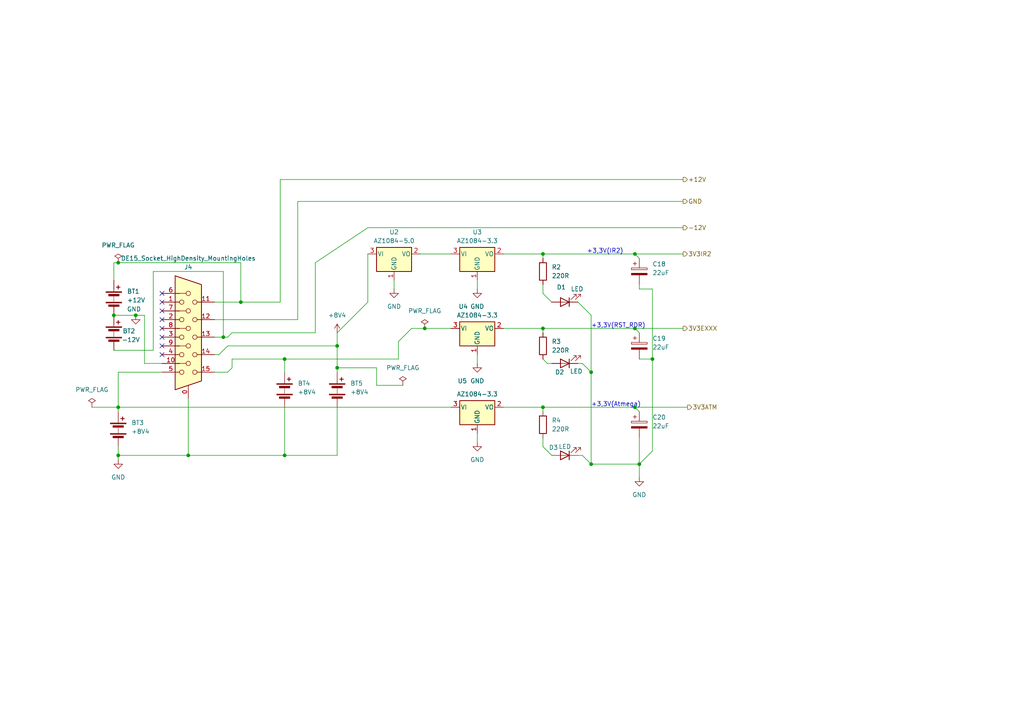
<source format=kicad_sch>
(kicad_sch (version 20250114) (generator "eeschema") (generator_version "9.0")
  (paper "A4")
  (title_block (title "PROJETO IR2_B2_UFAM") (date "07/08/2025") (company "UFAM-UFMG") (comment 1 "1 - Software Proteus substituído pelo Software Kicad 9.0") (comment 2 "2 - Incluído Amplificafor de Instrumentação para reduzir ruídos") (comment 3 "3 - Incluídos conectores para cabos entrelaçados") (comment 4 "4 - Análise de 4 camadas para reduzir ruídos") (comment 5 "5 - Teste de clonagem"))
  (lib_symbols
    (symbol "Connector:DE15_Socket_HighDensity_MountingHoles" (pin_names (offset 1.016) (hide yes))
      (property "Reference" "J" (at 0 21.59 0))
      (property "Value" "DE15_Socket_HighDensity_MountingHoles" (at 0 19.05 0))
      (symbol "DE15_Socket_HighDensity_MountingHoles_0_1"
        (polyline (pts (xy -3.81 17.78) (xy -3.81 -15.24) (xy 3.81 -12.7) (xy 3.81 15.24) (xy -3.81 17.78)) (stroke (width 0.254)) (fill (type background)))
        (polyline (pts (xy -3.175 7.62) (xy -0.635 7.62)))
        (circle (center -1.905 10.16) (radius 0.635))
        (circle (center -1.905 5.08) (radius 0.635))
        (circle (center -1.905 0) (radius 0.635))
        (circle (center -1.905 -5.08) (radius 0.635))
        (circle (center -1.905 -10.16) (radius 0.635))
        (polyline (pts (xy -0.635 12.7) (xy -3.175 12.7)))
        (polyline (pts (xy -0.635 2.54) (xy -3.175 2.54)))
        (polyline (pts (xy -0.635 -2.54) (xy -3.175 -2.54)))
        (polyline (pts (xy -0.635 -7.62) (xy -3.175 -7.62)))
        (circle (center 0 12.7) (radius 0.635))
        (circle (center 0 7.62) (radius 0.635))
        (circle (center 0 2.54) (radius 0.635))
        (circle (center 0 -2.54) (radius 0.635))
        (circle (center 0 -7.62) (radius 0.635))
        (circle (center 1.905 10.16) (radius 0.635))
        (circle (center 1.905 5.08) (radius 0.635))
        (circle (center 1.905 0) (radius 0.635))
        (circle (center 1.905 -5.08) (radius 0.635))
        (circle (center 1.905 -10.16) (radius 0.635))
      )
      (symbol "DE15_Socket_HighDensity_MountingHoles_1_1"
        (pin passive line (at -7.62 12.7 0) (length 5.08) (name "~") (number "6"))
        (pin passive line (at -7.62 10.16 0) (length 5.08) (name "~") (number "1"))
        (pin passive line (at -7.62 7.62 0) (length 5.08) (name "~") (number "7"))
        (pin passive line (at -7.62 5.08 0) (length 5.08) (name "~") (number "2"))
        (pin passive line (at -7.62 2.54 0) (length 5.08) (name "~") (number "8"))
        (pin passive line (at -7.62 0 0) (length 5.08) (name "~") (number "3"))
        (pin passive line (at -7.62 -2.54 0) (length 5.08) (name "~") (number "9"))
        (pin passive line (at -7.62 -5.08 0) (length 5.08) (name "~") (number "4"))
        (pin passive line (at -7.62 -7.62 0) (length 5.08) (name "~") (number "10"))
        (pin passive line (at -7.62 -10.16 0) (length 5.08) (name "~") (number "5"))
        (pin passive line (at 0 -17.78 90) (length 3.81) (name "~") (number "0"))
        (pin passive line (at 7.62 10.16 180) (length 5.08) (name "~") (number "11"))
        (pin passive line (at 7.62 5.08 180) (length 5.08) (name "~") (number "12"))
        (pin passive line (at 7.62 0 180) (length 5.08) (name "~") (number "13"))
        (pin passive line (at 7.62 -5.08 180) (length 5.08) (name "~") (number "14"))
        (pin passive line (at 7.62 -10.16 180) (length 5.08) (name "~") (number "15"))
      )
    )
    (symbol "Device:Battery" (pin_numbers (hide yes)) (pin_names (offset 0) (hide yes))
      (property "Reference" "BT" (at 2.54 2.54 0))
      (property "Value" "Battery" (at 2.54 0 0))
      (symbol "Battery_0_1"
        (rectangle (start -2.286 1.778) (end 2.286 1.524) (fill (type outline)))
        (rectangle (start -2.286 -1.27) (end 2.286 -1.524) (fill (type outline)))
        (rectangle (start -1.524 1.016) (end 1.524 0.508) (fill (type outline)))
        (rectangle (start -1.524 -2.032) (end 1.524 -2.54) (fill (type outline)))
        (polyline (pts (xy 0 1.778) (xy 0 2.54)))
        (polyline (pts (xy 0 0) (xy 0 0.254)))
        (polyline (pts (xy 0 -0.508) (xy 0 -0.254)))
        (polyline (pts (xy 0 -1.016) (xy 0 -0.762)))
        (polyline (pts (xy 0.762 3.048) (xy 1.778 3.048)) (stroke (width 0.254)))
        (polyline (pts (xy 1.27 3.556) (xy 1.27 2.54)) (stroke (width 0.254)))
      )
      (symbol "Battery_1_1"
        (pin passive line (at 0 5.08 270) (length 2.54) (name "+") (number "1"))
        (pin passive line (at 0 -5.08 90) (length 2.54) (name "-") (number "2"))
      )
    )
    (symbol "Device:C_Polarized" (pin_numbers (hide yes)) (pin_names (offset 0.254))
      (property "Reference" "C" (at 0.635 2.54 0))
      (property "Value" "C_Polarized" (at 0.635 -2.54 0))
      (symbol "C_Polarized_0_1"
        (rectangle (start -2.286 0.508) (end 2.286 1.016))
        (polyline (pts (xy -1.778 2.286) (xy -0.762 2.286)))
        (polyline (pts (xy -1.27 2.794) (xy -1.27 1.778)))
        (rectangle (start 2.286 -0.508) (end -2.286 -1.016) (fill (type outline)))
      )
      (symbol "C_Polarized_1_1"
        (pin passive line (at 0 3.81 270) (length 2.794) (name "~") (number "1"))
        (pin passive line (at 0 -3.81 90) (length 2.794) (name "~") (number "2"))
      )
    )
    (symbol "Device:LED" (pin_numbers (hide yes)) (pin_names (offset 1.016) (hide yes))
      (property "Reference" "D" (at 0 2.54 0))
      (property "Value" "LED" (at 0 -2.54 0))
      (symbol "LED_0_1"
        (polyline (pts (xy -3.048 -0.762) (xy -4.572 -2.286) (xy -3.81 -2.286) (xy -4.572 -2.286) (xy -4.572 -1.524)))
        (polyline (pts (xy -1.778 -0.762) (xy -3.302 -2.286) (xy -2.54 -2.286) (xy -3.302 -2.286) (xy -3.302 -1.524)))
        (polyline (pts (xy -1.27 0) (xy 1.27 0)))
        (polyline (pts (xy -1.27 -1.27) (xy -1.27 1.27)) (stroke (width 0.254)))
        (polyline (pts (xy 1.27 -1.27) (xy 1.27 1.27) (xy -1.27 0) (xy 1.27 -1.27)) (stroke (width 0.254)))
      )
      (symbol "LED_1_1"
        (pin passive line (at -3.81 0 0) (length 2.54) (name "K") (number "1"))
        (pin passive line (at 3.81 0 180) (length 2.54) (name "A") (number "2"))
      )
    )
    (symbol "Device:R" (pin_numbers (hide yes)) (pin_names (offset 0))
      (property "Reference" "R" (at 2.032 0 90))
      (property "Value" "R" (at 0 0 90))
      (symbol "R_0_1"
        (rectangle (start -1.016 -2.54) (end 1.016 2.54) (stroke (width 0.254)))
      )
      (symbol "R_1_1"
        (pin passive line (at 0 3.81 270) (length 1.27) (name "~") (number "1"))
        (pin passive line (at 0 -3.81 90) (length 1.27) (name "~") (number "2"))
      )
    )
    (symbol "Regulator_Linear:AZ1084-3.3" (pin_names (offset 0.254))
      (property "Reference" "U" (at -3.81 3.175 0))
      (property "Value" "AZ1084-3.3" (at 0 3.175 0))
      (symbol "AZ1084-3.3_0_1"
        (rectangle (start -5.08 1.905) (end 5.08 -5.08) (stroke (width 0.254)) (fill (type background)))
      )
      (symbol "AZ1084-3.3_1_1"
        (pin power_in line (at -7.62 0 0) (length 2.54) (name "VI") (number "3"))
        (pin power_in line (at 0 -7.62 90) (length 2.54) (name "GND") (number "1"))
        (pin power_out line (at 7.62 0 180) (length 2.54) (name "VO") (number "2"))
      )
    )
    (symbol "Regulator_Linear:AZ1084-5.0" (pin_names (offset 0.254))
      (property "Reference" "U" (at -3.81 3.175 0))
      (property "Value" "AZ1084-5.0" (at 0 3.175 0))
      (symbol "AZ1084-5.0_0_1"
        (rectangle (start -5.08 1.905) (end 5.08 -5.08) (stroke (width 0.254)) (fill (type background)))
      )
      (symbol "AZ1084-5.0_1_1"
        (pin power_in line (at -7.62 0 0) (length 2.54) (name "VI") (number "3"))
        (pin power_in line (at 0 -7.62 90) (length 2.54) (name "GND") (number "1"))
        (pin power_out line (at 7.62 0 180) (length 2.54) (name "VO") (number "2"))
      )
    )
    (symbol "power:GND" (power) (pin_numbers (hide yes)) (pin_names (offset 0) (hide yes))
      (property "Value" "GND" (at 0 -3.81 0))
      (symbol "GND_0_1"
        (polyline (pts (xy 0 0) (xy 0 -1.27) (xy 1.27 -1.27) (xy 0 -2.54) (xy -1.27 -1.27) (xy 0 -1.27)))
      )
      (symbol "GND_1_1"
        (pin power_in line (at 0 0 270) (length 0) (name "~") (number "1"))
      )
    )
    (symbol "power:PWR_FLAG" (power) (pin_numbers (hide yes)) (pin_names (offset 0) (hide yes))
      (property "Value" "PWR_FLAG" (at 0 3.81 0))
      (symbol "PWR_FLAG_0_0"
        (pin power_out line (at 0 0 90) (length 0) (name "~") (number "1"))
      )
      (symbol "PWR_FLAG_0_1"
        (polyline (pts (xy 0 0) (xy 0 1.27) (xy -1.016 1.905) (xy 0 2.54) (xy 1.016 1.905) (xy 0 1.27)))
      )
    )
    (symbol "power:VCC" (power) (pin_numbers (hide yes)) (pin_names (offset 0) (hide yes))
      (property "Value" "VCC" (at 0 3.556 0))
      (symbol "VCC_0_1"
        (polyline (pts (xy -0.762 1.27) (xy 0 2.54)))
        (polyline (pts (xy 0 2.54) (xy 0.762 1.27)))
        (polyline (pts (xy 0 0) (xy 0 2.54)))
      )
      (symbol "VCC_1_1"
        (pin power_in line (at 0 0 90) (length 0) (name "~") (number "1"))
      )
    )
  )
  (text "+3,3V(IR2)" (at 170.18 73.66 0) (effects (font (size 1.27 1.27)) (justify left bottom)))
  (text "+3,3V(RST_RDR)" (at 171.45 95.25 0) (effects (font (size 1.27 1.27)) (justify left bottom)))
  (text "+3,3V(Atmega)" (at 171.45 118.11 0) (effects (font (size 1.27 1.27)) (justify left bottom)))
  (junction (at 157.48 73.66))
  (junction (at 184.15 95.25))
  (junction (at 64.77 97.79))
  (junction (at 157.48 95.25))
  (junction (at 185.42 134.62))
  (junction (at 34.29 76.2))
  (junction (at 33.02 91.44))
  (junction (at 123.19 95.25))
  (junction (at 184.15 73.66))
  (junction (at 157.48 118.11))
  (junction (at 97.79 106.68))
  (junction (at 184.15 118.11))
  (junction (at 171.45 134.62))
  (junction (at 39.37 91.44))
  (junction (at 54.61 132.08))
  (junction (at 34.29 132.08))
  (junction (at 82.55 104.14))
  (junction (at 97.79 100.33))
  (junction (at 171.45 107.95))
  (junction (at 34.29 118.11))
  (junction (at 82.55 132.08))
  (junction (at 189.23 104.14))
  (junction (at 69.85 87.63))
  (no_connect (at 46.99 92.71))
  (no_connect (at 46.99 97.79))
  (no_connect (at 46.99 90.17))
  (no_connect (at 46.99 95.25))
  (no_connect (at 46.99 102.87))
  (no_connect (at 46.99 85.09))
  (no_connect (at 46.99 100.33))
  (no_connect (at 46.99 87.63))
  (wire (pts (xy 62.23 102.87) (xy 63.5 102.87)))
  (wire (pts (xy 81.28 52.07) (xy 81.28 87.63)))
  (wire (pts (xy 123.19 95.25) (xy 130.81 95.25)))
  (wire (pts (xy 69.85 87.63) (xy 81.28 87.63)))
  (wire (pts (xy 64.77 97.79) (xy 66.04 97.79)))
  (wire (pts (xy 64.77 78.74) (xy 64.77 97.79)))
  (wire (pts (xy 146.05 73.66) (xy 157.48 73.66)))
  (wire (pts (xy 160.02 87.63) (xy 157.48 85.09)))
  (wire (pts (xy 106.68 66.04) (xy 198.12 66.04)))
  (wire (pts (xy 185.42 104.14) (xy 189.23 104.14)))
  (wire (pts (xy 185.42 134.62) (xy 185.42 138.43)))
  (wire (pts (xy 157.48 95.25) (xy 157.48 96.52)))
  (wire (pts (xy 34.29 76.2) (xy 69.85 76.2)))
  (wire (pts (xy 157.48 118.11) (xy 157.48 119.38)))
  (wire (pts (xy 97.79 100.33) (xy 97.79 106.68)))
  (wire (pts (xy 44.45 78.74) (xy 64.77 78.74)))
  (wire (pts (xy 33.02 81.28) (xy 33.02 76.2)))
  (wire (pts (xy 171.45 134.62) (xy 185.42 134.62)))
  (wire (pts (xy 26.67 118.11) (xy 34.29 118.11)))
  (wire (pts (xy 62.23 107.95) (xy 66.04 107.95)))
  (wire (pts (xy 82.55 104.14) (xy 115.57 104.14)))
  (wire (pts (xy 146.05 118.11) (xy 157.48 118.11)))
  (wire (pts (xy 106.68 73.66) (xy 106.68 87.63)))
  (wire (pts (xy 157.48 73.66) (xy 157.48 74.93)))
  (wire (pts (xy 121.92 73.66) (xy 130.81 73.66)))
  (wire (pts (xy 189.23 130.81) (xy 185.42 134.62)))
  (wire (pts (xy 34.29 119.38) (xy 34.29 118.11)))
  (wire (pts (xy 157.48 118.11) (xy 184.15 118.11)))
  (wire (pts (xy 82.55 104.14) (xy 82.55 107.95)))
  (wire (pts (xy 54.61 115.57) (xy 54.61 132.08)))
  (wire (pts (xy 41.91 91.44) (xy 39.37 91.44)))
  (wire (pts (xy 160.02 105.41) (xy 158.75 105.41)))
  (wire (pts (xy 171.45 91.44) (xy 167.64 87.63)))
  (wire (pts (xy 34.29 129.54) (xy 34.29 132.08)))
  (wire (pts (xy 33.02 76.2) (xy 34.29 76.2)))
  (wire (pts (xy 185.42 83.82) (xy 189.23 83.82)))
  (wire (pts (xy 189.23 104.14) (xy 189.23 130.81)))
  (wire (pts (xy 119.38 95.25) (xy 123.19 95.25)))
  (wire (pts (xy 184.15 118.11) (xy 199.39 118.11)))
  (wire (pts (xy 54.61 132.08) (xy 34.29 132.08)))
  (wire (pts (xy 62.23 97.79) (xy 64.77 97.79)))
  (wire (pts (xy 34.29 107.95) (xy 46.99 107.95)))
  (wire (pts (xy 184.15 95.25) (xy 198.12 95.25)))
  (wire (pts (xy 82.55 118.11) (xy 82.55 132.08)))
  (wire (pts (xy 168.91 105.41) (xy 171.45 107.95)))
  (wire (pts (xy 157.48 95.25) (xy 184.15 95.25)))
  (wire (pts (xy 97.79 96.52) (xy 106.68 87.63)))
  (wire (pts (xy 82.55 132.08) (xy 54.61 132.08)))
  (wire (pts (xy 91.44 76.2) (xy 91.44 96.52)))
  (wire (pts (xy 138.43 81.28) (xy 138.43 83.82)))
  (wire (pts (xy 34.29 132.08) (xy 34.29 133.35)))
  (wire (pts (xy 171.45 134.62) (xy 171.45 107.95)))
  (wire (pts (xy 91.44 76.2) (xy 106.68 66.04)))
  (wire (pts (xy 86.36 58.42) (xy 86.36 92.71)))
  (wire (pts (xy 158.75 105.41) (xy 157.48 104.14)))
  (wire (pts (xy 185.42 119.38) (xy 184.15 118.11)))
  (wire (pts (xy 189.23 83.82) (xy 189.23 104.14)))
  (wire (pts (xy 157.48 73.66) (xy 184.15 73.66)))
  (wire (pts (xy 97.79 106.68) (xy 97.79 107.95)))
  (wire (pts (xy 41.91 105.41) (xy 41.91 91.44)))
  (wire (pts (xy 109.22 106.68) (xy 97.79 106.68)))
  (wire (pts (xy 97.79 96.52) (xy 97.79 100.33)))
  (wire (pts (xy 185.42 83.82) (xy 185.42 82.55)))
  (wire (pts (xy 114.3 81.28) (xy 114.3 83.82)))
  (wire (pts (xy 167.64 105.41) (xy 168.91 105.41)))
  (wire (pts (xy 34.29 118.11) (xy 130.81 118.11)))
  (wire (pts (xy 46.99 105.41) (xy 41.91 105.41)))
  (wire (pts (xy 138.43 125.73) (xy 138.43 128.27)))
  (wire (pts (xy 67.31 96.52) (xy 91.44 96.52)))
  (wire (pts (xy 157.48 82.55) (xy 157.48 85.09)))
  (wire (pts (xy 171.45 107.95) (xy 171.45 91.44)))
  (wire (pts (xy 63.5 102.87) (xy 66.04 100.33)))
  (wire (pts (xy 66.04 100.33) (xy 97.79 100.33)))
  (wire (pts (xy 34.29 118.11) (xy 34.29 107.95)))
  (wire (pts (xy 33.02 91.44) (xy 39.37 91.44)))
  (wire (pts (xy 44.45 101.6) (xy 44.45 78.74)))
  (wire (pts (xy 33.02 101.6) (xy 44.45 101.6)))
  (wire (pts (xy 109.22 111.76) (xy 109.22 106.68)))
  (wire (pts (xy 160.02 132.08) (xy 157.48 129.54)))
  (wire (pts (xy 86.36 58.42) (xy 198.12 58.42)))
  (wire (pts (xy 62.23 92.71) (xy 86.36 92.71)))
  (wire (pts (xy 97.79 132.08) (xy 82.55 132.08)))
  (wire (pts (xy 168.91 132.08) (xy 171.45 134.62)))
  (wire (pts (xy 116.84 111.76) (xy 109.22 111.76)))
  (wire (pts (xy 115.57 99.06) (xy 115.57 104.14)))
  (wire (pts (xy 184.15 73.66) (xy 185.42 74.93)))
  (wire (pts (xy 97.79 118.11) (xy 97.79 132.08)))
  (wire (pts (xy 66.04 97.79) (xy 67.31 96.52)))
  (wire (pts (xy 67.31 104.14) (xy 67.31 106.68)))
  (wire (pts (xy 81.28 52.07) (xy 198.12 52.07)))
  (wire (pts (xy 62.23 87.63) (xy 69.85 87.63)))
  (wire (pts (xy 67.31 104.14) (xy 82.55 104.14)))
  (wire (pts (xy 138.43 102.87) (xy 138.43 105.41)))
  (wire (pts (xy 185.42 127) (xy 185.42 134.62)))
  (wire (pts (xy 67.31 106.68) (xy 66.04 107.95)))
  (wire (pts (xy 115.57 99.06) (xy 119.38 95.25)))
  (wire (pts (xy 184.15 95.25) (xy 185.42 96.52)))
  (wire (pts (xy 157.48 127) (xy 157.48 129.54)))
  (wire (pts (xy 69.85 76.2) (xy 69.85 87.63)))
  (wire (pts (xy 184.15 73.66) (xy 198.12 73.66)))
  (wire (pts (xy 167.64 132.08) (xy 168.91 132.08)))
  (wire (pts (xy 146.05 95.25) (xy 157.48 95.25)))
  (hierarchical_label "+12V" (shape output) (at 198.12 52.07 0))
  (hierarchical_label "3V3IR2" (shape output) (at 198.12 73.66 0))
  (hierarchical_label "3V3EXXX" (shape output) (at 198.12 95.25 0))
  (hierarchical_label "3V3ATM" (shape output) (at 199.39 118.11 0))
  (hierarchical_label "-12V" (shape output) (at 198.12 66.04 0))
  (hierarchical_label "GND" (shape output) (at 198.12 58.42 0))
  (symbol (lib_id "power:VCC") (at 97.79 96.52 0) (unit 1)
    (property "Reference" "#PWR013" (effects (hide yes)))
    (property "Value" "+8V4" (at 97.79 91.44 0))
    (property "Description" "Power symbol creates a global label with name \"VCC\"" (effects (hide yes)))
  )
  (symbol (lib_id "power:GND") (at 138.43 83.82 0) (unit 1)
    (property "Reference" "#PWR020" (effects (hide yes)))
    (property "Value" "GND" (at 138.43 88.9 0))
    (property "Description" "Power symbol creates a global label with name \"GND\" , ground" (effects (hide yes)))
  )
  (symbol (lib_id "Regulator_Linear:AZ1084-5.0") (at 114.3 73.66 0) (unit 1)
    (property "Reference" "U2" (at 114.3 67.31 0))
    (property "Value" "AZ1084-5.0" (at 114.3 69.85 0))
    (property "Footprint" "Package_TO_SOT_SMD:TO-263-3_TabPin2" (effects (hide yes)))
    (property "Datasheet" "https://www.diodes.com/assets/Datasheets/AZ1084.pdf" (effects (hide yes)))
    (property "Description" "5A 12V Fixed LDO Linear Regulator, 1.5V, TO-220/TO-252/TO-263" (effects (hide yes)))
  )
  (symbol (lib_id "power:GND") (at 185.42 138.43 0) (unit 1)
    (property "Reference" "#PWR018" (effects (hide yes)))
    (property "Value" "GND" (at 185.42 143.51 0))
    (property "Description" "Power symbol creates a global label with name \"GND\" , ground" (effects (hide yes)))
  )
  (symbol (lib_id "Device:C_Polarized") (at 185.42 78.74 0) (unit 1)
    (property "Reference" "C18" (at 189.23 76.5809 0) (effects (justify left)))
    (property "Value" "22uF" (at 189.23 79.1209 0) (effects (justify left)))
    (property "Footprint" "Capacitor_SMD:CP_Elec_4x5.8" (effects (hide yes)))
    (property "Description" "Polarized capacitor" (effects (hide yes)))
  )
  (symbol (lib_id "power:GND") (at 138.43 105.41 0) (unit 1)
    (property "Reference" "#PWR022" (effects (hide yes)))
    (property "Value" "GND" (at 138.43 110.49 0))
    (property "Description" "Power symbol creates a global label with name \"GND\" , ground" (effects (hide yes)))
  )
  (symbol (lib_id "Device:R") (at 157.48 78.74 180) (unit 1)
    (property "Reference" "R2" (at 160.02 77.4699 0) (effects (justify right)))
    (property "Value" "220R" (at 160.02 80.0099 0) (effects (justify right)))
    (property "Footprint" "Resistor_SMD:R_0805_2012Metric" (effects (hide yes)))
    (property "Description" "Resistor" (effects (hide yes)))
  )
  (symbol (lib_id "Regulator_Linear:AZ1084-3.3") (at 138.43 118.11 0) (unit 1)
    (property "Reference" "U5" (at 134.112 110.49 0))
    (property "Value" "AZ1084-3.3" (at 138.43 114.3 0))
    (property "Footprint" "Package_TO_SOT_SMD:TO-252-3_TabPin2" (effects (hide yes)))
    (property "Datasheet" "https://www.diodes.com/assets/Datasheets/AZ1084.pdf" (effects (hide yes)))
    (property "Description" "5A 12V Fixed LDO Linear Regulator, 1.5V, TO-220/TO-252/TO-263" (effects (hide yes)))
  )
  (symbol (lib_id "Connector:DE15_Socket_HighDensity_MountingHoles") (at 54.61 97.79 0) (unit 1)
    (property "Reference" "J4" (at 54.61 77.47 0))
    (property "Value" "DE15_Socket_HighDensity_MountingHoles" (at 54.61 74.93 0))
    (property "Footprint" "Connector_Dsub:DSUB-15-HD_Socket_Horizontal_P2.29x1.90mm_EdgePinOffset3.03mm_Housed_MountingHolesOffset4.94mm" (effects (hide yes)))
    (property "Description" "15-pin D-SUB connector, socket (female), High density (3 columns), Triple Row, Generic, VGA-connector, Mounting Hole" (effects (hide yes)))
  )
  (symbol (lib_id "power:PWR_FLAG") (at 34.29 76.2 0) (unit 1)
    (property "Reference" "#FLG04" (effects (hide yes)))
    (property "Value" "PWR_FLAG" (at 34.29 71.12 0))
    (property "Description" "Special symbol for telling ERC where power comes from" (effects (hide yes)))
  )
  (symbol (lib_id "Device:Battery") (at 82.55 113.03 0) (unit 1)
    (property "Reference" "BT4" (at 86.36 111.1884 0) (effects (justify left)))
    (property "Value" "+8V4" (at 86.36 113.7284 0) (effects (justify left)))
    (property "Description" "Multiple-cell battery" (effects (hide yes)))
  )
  (symbol (lib_id "power:GND") (at 114.3 83.82 0) (unit 1)
    (property "Reference" "#PWR012" (effects (hide yes)))
    (property "Value" "GND" (at 114.3 88.9 0))
    (property "Description" "Power symbol creates a global label with name \"GND\" , ground" (effects (hide yes)))
  )
  (symbol (lib_id "Device:Battery") (at 34.29 124.46 0) (unit 1)
    (property "Reference" "BT3" (at 38.1 122.6184 0) (effects (justify left)))
    (property "Value" "+8V4" (at 38.1 125.1584 0) (effects (justify left)))
    (property "Description" "Multiple-cell battery" (effects (hide yes)))
  )
  (symbol (lib_id "power:GND") (at 138.43 128.27 0) (unit 1)
    (property "Reference" "#PWR023" (effects (hide yes)))
    (property "Value" "GND" (at 138.43 133.35 0))
    (property "Description" "Power symbol creates a global label with name \"GND\" , ground" (effects (hide yes)))
  )
  (symbol (lib_id "Device:LED") (at 163.83 87.63 180) (unit 1)
    (property "Reference" "D1" (at 162.814 83.312 0))
    (property "Value" "LED" (at 167.386 83.82 0))
    (property "Footprint" "LED_THT:LED_D5.0mm" (effects (hide yes)))
    (property "Description" "Light emitting diode" (effects (hide yes)))
    (property "Sim.Pins" "1=K 2=A" (effects (hide yes)))
  )
  (symbol (lib_id "Device:R") (at 157.48 100.33 0) (unit 1)
    (property "Reference" "R3" (at 160.02 99.0599 0) (effects (justify left)))
    (property "Value" "220R" (at 160.02 101.5999 0) (effects (justify left)))
    (property "Footprint" "Resistor_SMD:R_0805_2012Metric" (effects (hide yes)))
    (property "Description" "Resistor" (effects (hide yes)))
  )
  (symbol (lib_id "Device:C_Polarized") (at 185.42 100.33 0) (unit 1)
    (property "Reference" "C19" (at 189.23 98.1709 0) (effects (justify left)))
    (property "Value" "22uF" (at 189.23 100.7109 0) (effects (justify left)))
    (property "Footprint" "Capacitor_SMD:CP_Elec_4x5.8" (effects (hide yes)))
    (property "Description" "Polarized capacitor" (effects (hide yes)))
  )
  (symbol (lib_id "Device:Battery") (at 33.02 86.36 0) (unit 1)
    (property "Reference" "BT1" (at 36.83 84.5184 0) (effects (justify left)))
    (property "Value" "+12V" (at 36.83 87.0584 0) (effects (justify left)))
    (property "Description" "Multiple-cell battery" (effects (hide yes)))
  )
  (symbol (lib_id "Device:R") (at 157.48 123.19 0) (unit 1)
    (property "Reference" "R4" (at 160.02 121.9199 0) (effects (justify left)))
    (property "Value" "220R" (at 160.02 124.4599 0) (effects (justify left)))
    (property "Footprint" "Resistor_SMD:R_0805_2012Metric" (effects (hide yes)))
    (property "Description" "Resistor" (effects (hide yes)))
  )
  (symbol (lib_id "Device:LED") (at 163.83 132.08 180) (unit 1)
    (property "Reference" "D3" (at 160.528 129.794 0))
    (property "Value" "LED" (at 163.83 129.54 0))
    (property "Footprint" "LED_THT:LED_D5.0mm" (effects (hide yes)))
    (property "Description" "Light emitting diode" (effects (hide yes)))
    (property "Sim.Pins" "1=K 2=A" (effects (hide yes)))
  )
  (symbol (lib_id "power:GND") (at 34.29 133.35 0) (unit 1)
    (property "Reference" "#PWR04" (effects (hide yes)))
    (property "Value" "GND" (at 34.29 138.43 0))
    (property "Description" "Power symbol creates a global label with name \"GND\" , ground" (effects (hide yes)))
  )
  (symbol (lib_id "power:PWR_FLAG") (at 116.84 111.76 0) (unit 1)
    (property "Reference" "#FLG08" (effects (hide yes)))
    (property "Value" "PWR_FLAG" (at 116.84 106.68 0))
    (property "Description" "Special symbol for telling ERC where power comes from" (effects (hide yes)))
  )
  (symbol (lib_id "Device:Battery") (at 97.79 113.03 0) (unit 1)
    (property "Reference" "BT5" (at 101.6 111.1884 0) (effects (justify left)))
    (property "Value" "+8V4" (at 101.6 113.7284 0) (effects (justify left)))
    (property "Description" "Multiple-cell battery" (effects (hide yes)))
  )
  (symbol (lib_id "Regulator_Linear:AZ1084-3.3") (at 138.43 73.66 0) (unit 1)
    (property "Reference" "U3" (at 138.43 67.31 0))
    (property "Value" "AZ1084-3.3" (at 138.43 69.85 0))
    (property "Footprint" "Package_TO_SOT_SMD:TO-252-3_TabPin2" (effects (hide yes)))
    (property "Datasheet" "https://www.diodes.com/assets/Datasheets/AZ1084.pdf" (effects (hide yes)))
    (property "Description" "5A 12V Fixed LDO Linear Regulator, 1.5V, TO-220/TO-252/TO-263" (effects (hide yes)))
  )
  (symbol (lib_id "Device:C_Polarized") (at 185.42 123.19 0) (unit 1)
    (property "Reference" "C20" (at 189.23 121.0309 0) (effects (justify left)))
    (property "Value" "22uF" (at 189.23 123.5709 0) (effects (justify left)))
    (property "Footprint" "Capacitor_SMD:CP_Elec_4x5.8" (effects (hide yes)))
    (property "Description" "Polarized capacitor" (effects (hide yes)))
  )
  (symbol (lib_id "power:PWR_FLAG") (at 26.67 118.11 0) (unit 1)
    (property "Reference" "#FLG07" (effects (hide yes)))
    (property "Value" "PWR_FLAG" (at 26.67 113.03 0))
    (property "Description" "Special symbol for telling ERC where power comes from" (effects (hide yes)))
  )
  (symbol (lib_id "Device:Battery") (at 33.02 96.52 0) (unit 1)
    (property "Reference" "BT2" (at 35.56 96.012 0) (effects (justify left)))
    (property "Value" "-12V" (at 35.306 98.552 0) (effects (justify left)))
    (property "Description" "Multiple-cell battery" (effects (hide yes)))
  )
  (symbol (lib_id "power:PWR_FLAG") (at 123.19 95.25 0) (unit 1)
    (property "Reference" "#FLG03" (effects (hide yes)))
    (property "Value" "PWR_FLAG" (at 123.19 90.17 0))
    (property "Description" "Special symbol for telling ERC where power comes from" (effects (hide yes)))
  )
  (symbol (lib_id "power:GND") (at 39.37 91.44 0) (unit 1)
    (property "Reference" "#PWR010" (effects (hide yes)))
    (property "Value" "GND" (at 38.862 89.662 0))
    (property "Description" "Power symbol creates a global label with name \"GND\" , ground" (effects (hide yes)))
  )
  (symbol (lib_id "Device:LED") (at 163.83 105.41 180) (unit 1)
    (property "Reference" "D2" (at 162.306 107.95 0))
    (property "Value" "LED" (at 167.132 107.696 0))
    (property "Footprint" "LED_THT:LED_D5.0mm" (effects (hide yes)))
    (property "Description" "Light emitting diode" (effects (hide yes)))
    (property "Sim.Pins" "1=K 2=A" (effects (hide yes)))
  )
  (symbol (lib_id "Regulator_Linear:AZ1084-3.3") (at 138.43 95.25 0) (unit 1)
    (property "Reference" "U4" (at 134.366 88.9 0))
    (property "Value" "AZ1084-3.3" (at 138.43 91.44 0))
    (property "Footprint" "Package_TO_SOT_SMD:TO-252-3_TabPin2" (effects (hide yes)))
    (property "Datasheet" "https://www.diodes.com/assets/Datasheets/AZ1084.pdf" (effects (hide yes)))
    (property "Description" "5A 12V Fixed LDO Linear Regulator, 1.5V, TO-220/TO-252/TO-263" (effects (hide yes)))
  )
)
</source>
